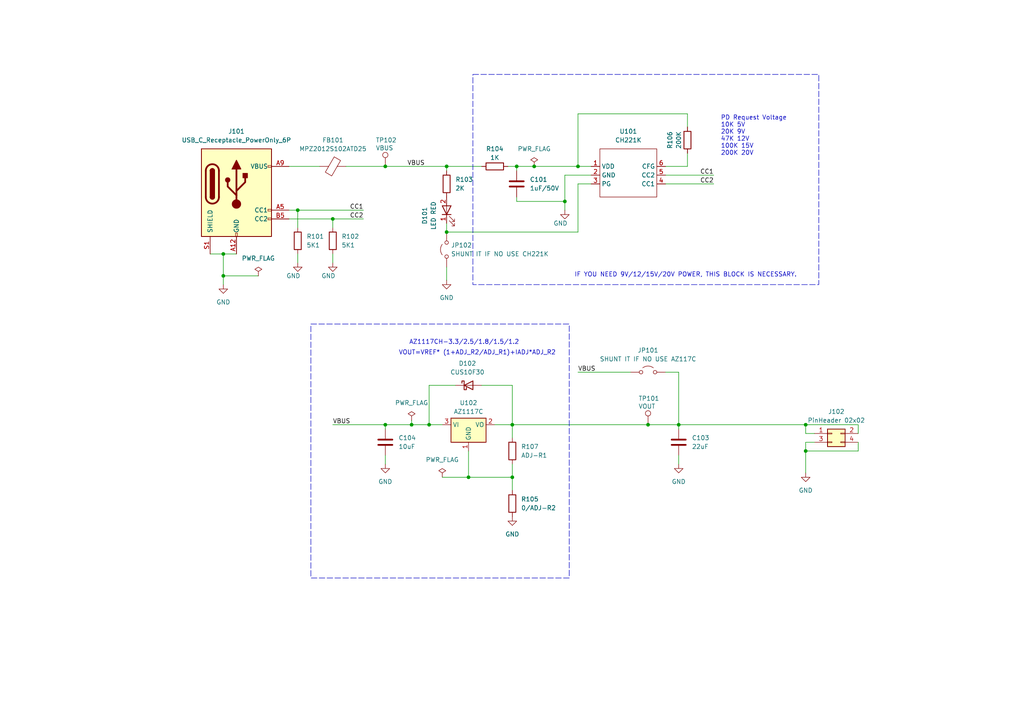
<source format=kicad_sch>
(kicad_sch (version 20231120) (generator "eeschema") (generator_version "8.0")
  (paper "A4")
  (title_block (title "BREAD BOARD POWER ALLIGATOR") (date "2025-01-20") (rev "Rev0") (company "HNZ") (comment 1 "Licensed under CC-BY-SA V4.0") (comment 2 "(C) 2025 Hiroshi Nakajima <hnakamiru1103@gmail.com>"))
  (lib_symbols
    (symbol "Connector:TestPoint" (pin_numbers hide) (pin_names (offset 0.762) hide)
      (property "Reference" "TP" (at 0 6.858 0))
      (property "Value" "TestPoint" (at 0 5.08 0))
      (symbol "TestPoint_0_1"
        (circle (center 0 3.302) (radius 0.762))
      )
      (symbol "TestPoint_1_1"
        (pin passive line (at 0 0 90) (length 2.54) (name "1") (number "1"))
      )
    )
    (symbol "Device:C" (pin_numbers hide) (pin_names (offset 0.254))
      (property "Reference" "C" (at 0.635 2.54 0))
      (property "Value" "C" (at 0.635 -2.54 0))
      (symbol "C_0_1"
        (polyline (pts (xy -2.032 -0.762) (xy 2.032 -0.762)) (stroke (width 0.508)))
        (polyline (pts (xy -2.032 0.762) (xy 2.032 0.762)) (stroke (width 0.508)))
      )
      (symbol "C_1_1"
        (pin passive line (at 0 3.81 270) (length 2.794) (name "~") (number "1"))
        (pin passive line (at 0 -3.81 90) (length 2.794) (name "~") (number "2"))
      )
    )
    (symbol "Device:LED" (pin_names (offset 1.016) hide)
      (property "Reference" "D" (at 0 2.54 0))
      (property "Value" "LED" (at 0 -2.54 0))
      (symbol "LED_0_1"
        (polyline (pts (xy -1.27 -1.27) (xy -1.27 1.27)) (stroke (width 0.254)))
        (polyline (pts (xy -1.27 0) (xy 1.27 0)))
        (polyline (pts (xy 1.27 -1.27) (xy 1.27 1.27) (xy -1.27 0) (xy 1.27 -1.27)) (stroke (width 0.254)))
        (polyline (pts (xy -3.048 -0.762) (xy -4.572 -2.286) (xy -3.81 -2.286) (xy -4.572 -2.286) (xy -4.572 -1.524)))
        (polyline (pts (xy -1.778 -0.762) (xy -3.302 -2.286) (xy -2.54 -2.286) (xy -3.302 -2.286) (xy -3.302 -1.524)))
      )
      (symbol "LED_1_1"
        (pin passive line (at -3.81 0 0) (length 2.54) (name "K") (number "1"))
        (pin passive line (at 3.81 0 180) (length 2.54) (name "A") (number "2"))
      )
    )
    (symbol "Device:R" (pin_numbers hide) (pin_names (offset 0))
      (property "Reference" "R" (at 2.032 0 90))
      (property "Value" "R" (at 0 0 90))
      (symbol "R_0_1"
        (rectangle (start -1.016 -2.54) (end 1.016 2.54) (stroke (width 0.254)))
      )
      (symbol "R_1_1"
        (pin passive line (at 0 3.81 270) (length 1.27) (name "~") (number "1"))
        (pin passive line (at 0 -3.81 90) (length 1.27) (name "~") (number "2"))
      )
    )
    (symbol "Jumper:Jumper_2_Open" (pin_numbers hide) (pin_names (offset 0) hide) (exclude_from_sim yes)
      (property "Reference" "JP" (at 0 2.794 0))
      (property "Value" "Jumper_2_Open" (at 0 -2.286 0))
      (symbol "Jumper_2_Open_0_0"
        (circle (center -2.032 0) (radius 0.508))
        (circle (center 2.032 0) (radius 0.508))
      )
      (symbol "Jumper_2_Open_0_1"
        (arc (start 1.524 1.27) (mid 0 1.778) (end -1.524 1.27))
      )
      (symbol "Jumper_2_Open_1_1"
        (pin passive line (at -5.08 0 0) (length 2.54) (name "A") (number "1"))
        (pin passive line (at 5.08 0 180) (length 2.54) (name "B") (number "2"))
      )
    )
    (symbol "Regulator_Linear:LD1117S33TR_SOT223"
      (property "Reference" "U" (at -3.81 3.175 0))
      (property "Value" "LD1117S33TR_SOT223" (at 0 3.175 0))
      (symbol "LD1117S33TR_SOT223_0_1"
        (rectangle (start -5.08 -5.08) (end 5.08 1.905) (stroke (width 0.254)) (fill (type background)))
      )
      (symbol "LD1117S33TR_SOT223_1_1"
        (pin power_in line (at 0 -7.62 90) (length 2.54) (name "GND") (number "1"))
        (pin power_out line (at 7.62 0 180) (length 2.54) (name "VO") (number "2"))
        (pin power_in line (at -7.62 0 0) (length 2.54) (name "VI") (number "3"))
      )
    )
    (symbol "power:GND" (power) (pin_numbers hide) (pin_names (offset 0) hide)
      (property "Value" "GND" (at 0 -3.81 0))
      (symbol "GND_0_1"
        (polyline (pts (xy 0 0) (xy 0 -1.27) (xy 1.27 -1.27) (xy 0 -2.54) (xy -1.27 -1.27) (xy 0 -1.27)))
      )
      (symbol "GND_1_1"
        (pin power_in line (at 0 0 270) (length 0) (name "~") (number "1"))
      )
    )
    (symbol "power:PWR_FLAG" (power) (pin_numbers hide) (pin_names (offset 0) hide)
      (property "Value" "PWR_FLAG" (at 0 3.81 0))
      (symbol "PWR_FLAG_0_0"
        (pin power_out line (at 0 0 90) (length 0) (name "~") (number "1"))
      )
      (symbol "PWR_FLAG_0_1"
        (polyline (pts (xy 0 0) (xy 0 1.27) (xy -1.016 1.905) (xy 0 2.54) (xy 1.016 1.905) (xy 0 1.27)))
      )
    )
    (symbol "tbctl:0.1uF" (pin_numbers hide) (pin_names (offset 0.254))
      (property "Reference" "C" (at 0.635 2.54 0))
      (property "Value" "0.1uF" (at 0.635 -2.54 0))
      (symbol "0.1uF_0_1"
        (polyline (pts (xy -2.032 -0.762) (xy 2.032 -0.762)) (stroke (width 0.508)))
        (polyline (pts (xy -2.032 0.762) (xy 2.032 0.762)) (stroke (width 0.508)))
      )
      (symbol "0.1uF_1_1"
        (pin passive line (at 0 3.81 270) (length 2.794) (name "~") (number "1"))
        (pin passive line (at 0 -3.81 90) (length 2.794) (name "~") (number "2"))
      )
    )
    (symbol "tbctl:10K" (pin_numbers hide) (pin_names (offset 0))
      (property "Reference" "R" (at 2.032 0 90))
      (property "Value" "10K" (at 0 0 90))
      (symbol "10K_0_1"
        (rectangle (start -1.016 -2.54) (end 1.016 2.54) (stroke (width 0.254)))
      )
      (symbol "10K_1_1"
        (pin passive line (at 0 3.81 270) (length 1.27) (name "~") (number "1"))
        (pin passive line (at 0 -3.81 90) (length 1.27) (name "~") (number "2"))
      )
    )
    (symbol "tbctl:601-T" (pin_numbers hide) (pin_names (offset 0))
      (property "Reference" "FB" (at -3.81 0.635 90))
      (property "Value" "601-T" (at 3.81 0 90))
      (symbol "601-T_0_1"
        (polyline (pts (xy 0 -1.27) (xy 0 -1.2192)))
        (polyline (pts (xy 0 1.27) (xy 0 1.2954)))
        (polyline (pts (xy -2.7686 0.4064) (xy -1.7018 2.2606) (xy 2.7686 -0.3048) (xy 1.6764 -2.159) (xy -2.7686 0.4064)))
      )
      (symbol "601-T_1_1"
        (pin passive line (at 0 3.81 270) (length 2.54) (name "~") (number "1"))
        (pin passive line (at 0 -3.81 90) (length 2.54) (name "~") (number "2"))
      )
    )
    (symbol "tbctl:CDBU0520-HF" (pin_numbers hide) (pin_names hide)
      (property "Reference" "D" (at 0 2.54 0))
      (property "Value" "CDBU0520-HF" (at 0 -2.54 0))
      (symbol "CDBU0520-HF_0_1"
        (polyline (pts (xy 1.27 0) (xy -1.27 0)))
        (polyline (pts (xy 1.27 1.27) (xy 1.27 -1.27) (xy -1.27 0) (xy 1.27 1.27)) (stroke (width 0.254)))
        (polyline (pts (xy -1.905 0.635) (xy -1.905 1.27) (xy -1.27 1.27) (xy -1.27 -1.27) (xy -0.635 -1.27) (xy -0.635 -0.635)) (stroke (width 0.254)))
      )
      (symbol "CDBU0520-HF_1_1"
        (pin passive line (at -3.81 0 0) (length 2.54) (name "K") (number "1"))
        (pin passive line (at 3.81 0 180) (length 2.54) (name "A") (number "2"))
      )
    )
    (symbol "tbctl:CH221K"
      (property "Reference" "U" (at -2.54 6.35 0))
      (property "Value" "CH221K" (at 0.762 -7.874 0))
      (symbol "CH221K_0_1"
        (rectangle (start -7.62 5.08) (end 8.89 -8.89))
      )
      (symbol "CH221K_1_1"
        (pin power_in line (at -10.16 0 0) (length 2.54) (name "VDD") (number "1"))
        (pin power_in line (at -10.16 -2.54 0) (length 2.54) (name "GND") (number "2"))
        (pin passive line (at -10.16 -5.08 0) (length 2.54) (name "PG") (number "3"))
        (pin passive line (at 11.43 -5.08 180) (length 2.54) (name "CC1") (number "4"))
        (pin passive line (at 11.43 -2.54 180) (length 2.54) (name "CC2") (number "5"))
        (pin passive line (at 11.43 0 180) (length 2.54) (name "CFG") (number "6"))
      )
    )
    (symbol "tbctl:PinHeader 02x02" (pin_names (offset 1.016) hide)
      (property "Reference" "J" (at 1.27 2.54 0))
      (property "Value" "PinHeader 02x02" (at 1.27 -5.08 0))
      (symbol "PinHeader 02x02_1_1"
        (rectangle (start -1.27 -2.413) (end 0 -2.667) (stroke (width 0.1524)))
        (rectangle (start -1.27 0.127) (end 0 -0.127) (stroke (width 0.1524)))
        (rectangle (start -1.27 1.27) (end 3.81 -3.81) (stroke (width 0.254)) (fill (type background)))
        (rectangle (start 3.81 -2.413) (end 2.54 -2.667) (stroke (width 0.1524)))
        (rectangle (start 3.81 0.127) (end 2.54 -0.127) (stroke (width 0.1524)))
        (pin passive line (at -5.08 0 0) (length 3.81) (name "Pin_1") (number "1"))
        (pin passive line (at 7.62 0 180) (length 3.81) (name "Pin_2") (number "2"))
        (pin passive line (at -5.08 -2.54 0) (length 3.81) (name "Pin_3") (number "3"))
        (pin passive line (at 7.62 -2.54 180) (length 3.81) (name "Pin_4") (number "4"))
      )
    )
    (symbol "tbctl:USB_C_Receptacle_PowerOnly_6P" (pin_names (offset 1.016))
      (property "Reference" "J" (at 0 16.51 0))
      (property "Value" "USB_C_Receptacle_PowerOnly_6P" (at 0 13.97 0))
      (symbol "USB_C_Receptacle_PowerOnly_6P_0_0"
        (rectangle (start -0.254 -12.7) (end 0.254 -11.684))
        (rectangle (start 10.16 -7.366) (end 9.144 -7.874))
        (rectangle (start 10.16 -4.826) (end 9.144 -5.334))
        (rectangle (start 10.16 7.874) (end 9.144 7.366))
      )
      (symbol "USB_C_Receptacle_PowerOnly_6P_0_1"
        (rectangle (start -10.16 12.7) (end 10.16 -12.7) (stroke (width 0.254)) (fill (type background)))
        (arc (start -8.89 -1.27) (mid -6.985 -3.1667) (end -5.08 -1.27) (stroke (width 0.508)))
        (arc (start -7.62 -1.27) (mid -6.985 -1.9023) (end -6.35 -1.27) (stroke (width 0.254)))
        (arc (start -7.62 -1.27) (mid -6.985 -1.9023) (end -6.35 -1.27) (stroke (width 0.254)) (fill (type outline)))
        (rectangle (start -7.62 -1.27) (end -6.35 6.35) (stroke (width 0.254)) (fill (type outline)))
        (arc (start -6.35 6.35) (mid -6.985 6.9823) (end -7.62 6.35) (stroke (width 0.254)))
        (arc (start -6.35 6.35) (mid -6.985 6.9823) (end -7.62 6.35) (stroke (width 0.254)) (fill (type outline)))
        (arc (start -5.08 6.35) (mid -6.985 8.2467) (end -8.89 6.35) (stroke (width 0.508)))
        (circle (center -2.54 3.683) (radius 0.635) (stroke (width 0.254)) (fill (type outline)))
        (circle (center 0 -3.302) (radius 1.27) (fill (type outline)))
        (polyline (pts (xy -8.89 -1.27) (xy -8.89 6.35)) (stroke (width 0.508)))
        (polyline (pts (xy -5.08 6.35) (xy -5.08 -1.27)) (stroke (width 0.508)))
        (polyline (pts (xy 0 -3.302) (xy 0 6.858)) (stroke (width 0.508)))
        (polyline (pts (xy 0 -0.762) (xy -2.54 1.778) (xy -2.54 3.048)) (stroke (width 0.508)))
        (polyline (pts (xy 0 0.508) (xy 2.54 3.048) (xy 2.54 4.318)) (stroke (width 0.508)))
        (polyline (pts (xy -1.27 6.858) (xy 0 9.398) (xy 1.27 6.858) (xy -1.27 6.858)) (stroke (width 0.254)) (fill (type outline)))
        (rectangle (start 1.905 4.318) (end 3.175 5.588) (stroke (width 0.254)) (fill (type outline)))
      )
      (symbol "USB_C_Receptacle_PowerOnly_6P_1_1"
        (pin passive line (at 0 -17.78 90) (length 5.08) (name "GND") (number "A12"))
        (pin bidirectional line (at 15.24 -5.08 180) (length 5.08) (name "CC1") (number "A5"))
        (pin passive line (at 15.24 7.62 180) (length 5.08) (name "VBUS") (number "A9"))
        (pin passive line (at 0 -17.78 90) (length 5.08) hide (name "GND") (number "B12"))
        (pin bidirectional line (at 15.24 -7.62 180) (length 5.08) (name "CC2") (number "B5"))
        (pin passive line (at 15.24 7.62 180) (length 5.08) hide (name "VBUS") (number "B9"))
        (pin passive line (at -7.62 -17.78 90) (length 5.08) (name "SHIELD") (number "S1"))
      )
    )
  )
  (junction (at 154.94 48.26))
  (junction (at 148.59 123.19))
  (junction (at 233.68 130.81))
  (junction (at 124.46 123.19))
  (junction (at 86.36 60.96))
  (junction (at 163.83 58.42))
  (junction (at 111.76 123.19))
  (junction (at 135.89 138.43))
  (junction (at 196.85 123.19))
  (junction (at 129.54 67.31))
  (junction (at 111.76 48.26))
  (junction (at 233.68 123.19))
  (junction (at 96.52 63.5))
  (junction (at 187.96 123.19))
  (junction (at 119.38 123.19))
  (junction (at 148.59 138.43))
  (junction (at 64.77 80.01))
  (junction (at 167.64 48.26))
  (junction (at 149.86 48.26))
  (junction (at 129.54 48.26))
  (junction (at 64.77 73.66))
  (wire (pts (xy 187.96 123.19) (xy 196.85 123.19)))
  (wire (pts (xy 64.77 80.01) (xy 74.93 80.01)))
  (wire (pts (xy 64.77 80.01) (xy 64.77 73.66)))
  (wire (pts (xy 149.86 48.26) (xy 154.94 48.26)))
  (wire (pts (xy 86.36 60.96) (xy 105.41 60.96)))
  (wire (pts (xy 154.94 48.26) (xy 167.64 48.26)))
  (wire (pts (xy 236.22 128.27) (xy 233.68 128.27)))
  (wire (pts (xy 111.76 48.26) (xy 129.54 48.26)))
  (wire (pts (xy 100.33 48.26) (xy 111.76 48.26)))
  (wire (pts (xy 135.89 138.43) (xy 148.59 138.43)))
  (wire (pts (xy 193.04 50.8) (xy 207.01 50.8)))
  (wire (pts (xy 148.59 123.19) (xy 148.59 127)))
  (wire (pts (xy 148.59 138.43) (xy 148.59 142.24)))
  (wire (pts (xy 196.85 123.19) (xy 233.68 123.19)))
  (wire (pts (xy 132.08 111.76) (xy 124.46 111.76)))
  (wire (pts (xy 248.92 125.73) (xy 248.92 123.19)))
  (wire (pts (xy 83.82 63.5) (xy 96.52 63.5)))
  (wire (pts (xy 64.77 73.66) (xy 68.58 73.66)))
  (wire (pts (xy 147.32 48.26) (xy 149.86 48.26)))
  (wire (pts (xy 128.27 138.43) (xy 135.89 138.43)))
  (wire (pts (xy 233.68 130.81) (xy 233.68 137.16)))
  (wire (pts (xy 193.04 53.34) (xy 207.01 53.34)))
  (wire (pts (xy 96.52 63.5) (xy 105.41 63.5)))
  (wire (pts (xy 233.68 130.81) (xy 248.92 130.81)))
  (wire (pts (xy 248.92 123.19) (xy 233.68 123.19)))
  (wire (pts (xy 111.76 134.62) (xy 111.76 132.08)))
  (wire (pts (xy 233.68 128.27) (xy 233.68 130.81)))
  (wire (pts (xy 149.86 57.15) (xy 149.86 58.42)))
  (wire (pts (xy 148.59 134.62) (xy 148.59 138.43)))
  (wire (pts (xy 163.83 50.8) (xy 163.83 58.42)))
  (wire (pts (xy 149.86 58.42) (xy 163.83 58.42)))
  (wire (pts (xy 171.45 50.8) (xy 163.83 50.8)))
  (wire (pts (xy 129.54 77.47) (xy 129.54 81.28)))
  (wire (pts (xy 167.64 53.34) (xy 171.45 53.34)))
  (wire (pts (xy 111.76 123.19) (xy 119.38 123.19)))
  (wire (pts (xy 96.52 63.5) (xy 96.52 66.04)))
  (wire (pts (xy 193.04 107.95) (xy 196.85 107.95)))
  (wire (pts (xy 119.38 123.19) (xy 124.46 123.19)))
  (wire (pts (xy 83.82 48.26) (xy 92.71 48.26)))
  (wire (pts (xy 167.64 48.26) (xy 171.45 48.26)))
  (wire (pts (xy 129.54 48.26) (xy 139.7 48.26)))
  (wire (pts (xy 167.64 33.02) (xy 167.64 48.26)))
  (wire (pts (xy 196.85 132.08) (xy 196.85 134.62)))
  (wire (pts (xy 148.59 111.76) (xy 148.59 123.19)))
  (wire (pts (xy 83.82 60.96) (xy 86.36 60.96)))
  (wire (pts (xy 196.85 107.95) (xy 196.85 123.19)))
  (wire (pts (xy 167.64 107.95) (xy 182.88 107.95)))
  (wire (pts (xy 60.96 73.66) (xy 64.77 73.66)))
  (wire (pts (xy 149.86 49.53) (xy 149.86 48.26)))
  (wire (pts (xy 124.46 111.76) (xy 124.46 123.19)))
  (wire (pts (xy 233.68 123.19) (xy 233.68 125.73)))
  (wire (pts (xy 163.83 58.42) (xy 163.83 60.96)))
  (wire (pts (xy 196.85 124.46) (xy 196.85 123.19)))
  (wire (pts (xy 199.39 33.02) (xy 167.64 33.02)))
  (wire (pts (xy 233.68 125.73) (xy 236.22 125.73)))
  (wire (pts (xy 129.54 49.53) (xy 129.54 48.26)))
  (wire (pts (xy 96.52 73.66) (xy 96.52 76.2)))
  (wire (pts (xy 148.59 123.19) (xy 187.96 123.19)))
  (wire (pts (xy 86.36 60.96) (xy 86.36 66.04)))
  (wire (pts (xy 167.64 67.31) (xy 129.54 67.31)))
  (wire (pts (xy 199.39 48.26) (xy 193.04 48.26)))
  (wire (pts (xy 139.7 111.76) (xy 148.59 111.76)))
  (wire (pts (xy 124.46 123.19) (xy 128.27 123.19)))
  (wire (pts (xy 199.39 44.45) (xy 199.39 48.26)))
  (wire (pts (xy 64.77 82.55) (xy 64.77 80.01)))
  (wire (pts (xy 86.36 73.66) (xy 86.36 76.2)))
  (wire (pts (xy 248.92 128.27) (xy 248.92 130.81)))
  (wire (pts (xy 119.38 121.92) (xy 119.38 123.19)))
  (wire (pts (xy 199.39 36.83) (xy 199.39 33.02)))
  (wire (pts (xy 129.54 67.31) (xy 129.54 64.77)))
  (wire (pts (xy 143.51 123.19) (xy 148.59 123.19)))
  (wire (pts (xy 96.52 123.19) (xy 111.76 123.19)))
  (wire (pts (xy 167.64 53.34) (xy 167.64 67.31)))
  (wire (pts (xy 135.89 130.81) (xy 135.89 138.43)))
  (wire (pts (xy 111.76 124.46) (xy 111.76 123.19)))
  (rectangle (start 90.17 93.98) (end 165.1 167.64) (stroke (width 0) (type dash)))
  (rectangle (start 137.16 21.59) (end 237.49 82.55) (stroke (width 0) (type dash)))
  (text "VOUT=VREF* (1+ADJ_R2/ADJ_R1)+IADJ*ADJ_R2" (at 138.43 102.362 0) (effects (font (size 1.27 1.27))))
  (text "IF YOU NEED 9V/12/15V/20V POWER, THIS BLOCK IS NECESSARY." (at 198.882 79.756 0) (effects (font (size 1.27 1.27))))
  (text "PD Request Voltage\n10K 5V\n20K 9V\n47K 12V\n100K 15V\n200K 20V" (at 209.042 39.37 0) (effects (font (size 1.27 1.27)) (justify left)))
  (text "AZ1117CH-3.3/2.5/1.8/1.5/1.2\n" (at 134.62 99.314 0) (effects (font (size 1.27 1.27))))
  (label "CC1" (at 105.41 60.96 180))
  (label "VBUS" (at 118.11 48.26 0))
  (label "CC2" (at 105.41 63.5 180))
  (label "CC1" (at 207.01 50.8 180))
  (label "CC2" (at 207.01 53.34 180))
  (label "VBUS" (at 96.52 123.19 0))
  (label "VBUS" (at 167.64 107.95 0))
  (symbol (lib_id "power:GND") (at 163.83 60.96 0) (unit 1)
    (property "Reference" "#PWR0106" (effects (hide yes)))
    (property "Value" "GND" (at 162.56 64.77 0))
    (property "Description" "Power symbol creates a global label with name \"GND\" , ground" (effects (hide yes)))
  )
  (symbol (lib_id "Device:R") (at 129.54 53.34 0) (unit 1)
    (property "Reference" "R103" (at 132.08 52.0699 0) (effects (justify left)))
    (property "Value" "2K" (at 132.08 54.6099 0) (effects (justify left)))
    (property "Footprint" "Resistor_SMD:R_0603_1608Metric" (effects (hide yes)))
    (property "digikey" "311-2.0KGRCT-ND" (effects (hide yes)))
    (property "distributor" "https://www.digikey.com/en/products/detail/yageo/RC0603JR-072KL/726726" (effects (hide yes)))
  )
  (symbol (lib_id "Device:R") (at 148.59 146.05 0) (unit 1)
    (property "Reference" "R105" (at 151.13 144.7799 0) (effects (justify left)))
    (property "Value" "0/ADJ-R2" (at 151.13 147.3199 0) (effects (justify left)))
    (property "Footprint" "Resistor_SMD:R_0603_1608Metric" (effects (hide yes)))
    (property "digikey" "311-0.0GRCT-ND" (effects (hide yes)))
    (property "distributor" "https://www.digikey.com/en/products/detail/yageo/RC0603JR-070RL/726675" (effects (hide yes)))
  )
  (symbol (lib_id "tbctl:601-T") (at 96.52 48.26 270) (unit 1)
    (property "Reference" "FB101" (at 96.5708 40.64 90))
    (property "Value" "MPZ2012S102ATD25" (at 96.5708 43.18 90))
    (property "Footprint" "Resistor_SMD:R_0805_2012Metric" (effects (hide yes)))
    (property "Description" "Ferrite bead 600ohm" (effects (hide yes)))
    (property "digikey" "445-MPZ2012S102ATD25CT-ND" (effects (hide yes)))
    (property "distributor" "https://www.digikey.com/en/products/detail/tdk-corporation/MPZ2012S102ATD25/5040327" (effects (hide yes)))
  )
  (symbol (lib_id "tbctl:PinHeader 02x02") (at 241.3 125.73 0) (unit 1)
    (property "Reference" "J102" (at 242.57 119.38 0))
    (property "Value" "PinHeader 02x02" (at 242.57 121.92 0))
    (property "Footprint" "Connector_PinHeader_2.54mm:PinHeader_2x02_P2.54mm_Vertical" (effects (hide yes)))
    (property "Description" "Generic connector, double row, 02x02, counter clockwise pin numbering scheme (similar to DIP package numbering), script generated (kicad-library-utils/schlib/autogen/connector/)" (effects (hide yes)))
    (property "digikey" "2057-PH2-04-UA-ND" (effects (hide yes)))
    (property "distributor" "https://www.digikey.com/en/products/detail/adam-tech/PH2-04-UA/9830324" (effects (hide yes)))
  )
  (symbol (lib_id "Jumper:Jumper_2_Open") (at 129.54 72.39 90) (unit 1) (exclude_from_sim yes)
    (property "Reference" "JP102" (at 130.81 71.1199 90) (effects (justify right)))
    (property "Value" "SHUNT IT IF NO USE CH221K" (at 130.81 73.6599 90) (effects (justify right)))
    (property "Footprint" "Jumper:SolderJumper-2_P1.3mm_Open_RoundedPad1.0x1.5mm" (effects (hide yes)))
    (property "Description" "Jumper, 2-pole, open" (effects (hide yes)))
    (property "digikey" "-" (effects (hide yes)))
    (property "distributor" "-" (effects (hide yes)))
  )
  (symbol (lib_id "power:GND") (at 233.68 137.16 0) (unit 1)
    (property "Reference" "#PWR0108" (effects (hide yes)))
    (property "Value" "GND" (at 233.68 142.24 0))
  )
  (symbol (lib_id "power:GND") (at 129.54 81.28 0) (unit 1)
    (property "Reference" "#PWR0105" (effects (hide yes)))
    (property "Value" "GND" (at 129.54 86.36 0))
  )
  (symbol (lib_id "Device:R") (at 86.36 69.85 0) (unit 1)
    (property "Reference" "R101" (at 88.9 68.5799 0) (effects (justify left)))
    (property "Value" "5K1" (at 88.9 71.1199 0) (effects (justify left)))
    (property "Footprint" "Resistor_SMD:R_0603_1608Metric" (effects (hide yes)))
    (property "digikey" "311-5.10KHRCT-ND" (effects (hide yes)))
    (property "distributor" "https://www.digikey.com/en/products/detail/yageo/RC0603FR-075K1L/727268" (effects (hide yes)))
  )
  (symbol (lib_id "Device:LED") (at 129.54 60.96 90) (unit 1)
    (property "Reference" "D101" (at 123.19 62.5475 0))
    (property "Value" "LED RED" (at 125.73 62.5475 0))
    (property "Footprint" "LED_SMD:LED_0603_1608Metric_Pad1.05x0.95mm_HandSolder" (effects (hide yes)))
    (property "digikey" "3147-B1931URO-20D000114U1930CT-ND" (effects (hide yes)))
    (property "distributor" "https://www.digikey.com/en/products/detail/harvatek-corporation/B1931URO-20D000114U1930/15910603" (effects (hide yes)))
  )
  (symbol (lib_id "tbctl:10K") (at 199.39 40.64 180) (unit 1)
    (property "Reference" "R106" (at 194.31 40.64 90))
    (property "Value" "200K" (at 196.85 40.64 90))
    (property "Footprint" "Resistor_SMD:R_0603_1608Metric" (effects (hide yes)))
    (property "digikey" "311-200KHRCT-ND" (effects (hide yes)))
    (property "distributor" "https://www.digikey.com/en/products/detail/yageo/RC0603FR-07200KL/727044" (effects (hide yes)))
  )
  (symbol (lib_id "power:GND") (at 196.85 134.62 0) (unit 1)
    (property "Reference" "#PWR0107" (effects (hide yes)))
    (property "Value" "GND" (at 196.85 139.7 0))
  )
  (symbol (lib_id "tbctl:CH221K") (at 181.61 48.26 0) (unit 1)
    (property "Reference" "U101" (at 182.245 38.1 0))
    (property "Value" "CH221K" (at 182.245 40.64 0))
    (property "Footprint" "Package_TO_SOT_SMD:SOT-23-6" (effects (hide yes)))
    (property "Description" "USB PD and Other Fast Charging Protocol Sink Controller CH221" (effects (hide yes)))
    (property "digikey" "-" (effects (hide yes)))
    (property "distributor" "https://jlcpcb.com/partdetail/WCH_Nanjing_Qinheng-CH221K/C5125736" (effects (hide yes)))
  )
  (symbol (lib_id "Connector:TestPoint") (at 111.76 48.26 0) (unit 1)
    (property "Reference" "TP102" (at 108.966 40.64 0) (effects (justify left)))
    (property "Value" "VBUS" (at 108.966 42.926 0) (effects (justify left)))
    (property "Footprint" "TestPoint:TestPoint_Pad_D1.0mm" (effects (hide yes)))
    (property "Description" "test point" (effects (hide yes)))
    (property "digikey" "-" (effects (hide yes)))
    (property "distributor" "-" (effects (hide yes)))
  )
  (symbol (lib_id "power:GND") (at 148.59 149.86 0) (unit 1)
    (property "Reference" "#PWR0109" (effects (hide yes)))
    (property "Value" "GND" (at 148.59 154.94 0))
  )
  (symbol (lib_id "power:PWR_FLAG") (at 154.94 48.26 0) (unit 1)
    (property "Reference" "#FLG0102" (effects (hide yes)))
    (property "Value" "PWR_FLAG" (at 154.94 43.18 0))
    (property "Description" "Special symbol for telling ERC where power comes from" (effects (hide yes)))
  )
  (symbol (lib_id "Device:R") (at 148.59 130.81 0) (unit 1)
    (property "Reference" "R107" (at 151.13 129.5399 0) (effects (justify left)))
    (property "Value" "ADJ-R1" (at 151.13 132.0799 0) (effects (justify left)))
    (property "Footprint" "Resistor_SMD:R_0603_1608Metric" (effects (hide yes)))
    (property "digikey" "-" (effects (hide yes)))
    (property "distributor" "-" (effects (hide yes)))
  )
  (symbol (lib_id "tbctl:CDBU0520-HF") (at 135.89 111.76 0) (unit 1)
    (property "Reference" "D102" (at 135.5725 105.41 0))
    (property "Value" "CUS10F30" (at 135.5725 107.95 0))
    (property "Footprint" "Diode_SMD:D_SOD-323" (effects (hide yes)))
    (property "Description" "20V 500mA Schottky Barrier Diode, 0603" (effects (hide yes)))
    (property "digikey" "CUS10F30H3FCT-ND" (effects (hide yes)))
    (property "distributor" "https://www.digikey.com/en/products/detail/toshiba-semiconductor-and-storage/CUS10F30-H3F/2753202" (effects (hide yes)))
  )
  (symbol (lib_id "tbctl:0.1uF") (at 149.86 53.34 0) (unit 1)
    (property "Reference" "C101" (at 153.67 52.0699 0) (effects (justify left)))
    (property "Value" "1uF/50V" (at 153.67 54.6099 0) (effects (justify left)))
    (property "Footprint" "Capacitor_SMD:C_0805_2012Metric" (effects (hide yes)))
    (property "digikey" "311-1886-1-ND" (effects (hide yes)))
    (property "distributor" "https://www.digikey.com/en/products/detail/yageo/CC0805KKX7R9BB105/5195292" (effects (hide yes)))
  )
  (symbol (lib_id "tbctl:10K") (at 143.51 48.26 90) (unit 1)
    (property "Reference" "R104" (at 143.51 43.18 90))
    (property "Value" "1K" (at 143.51 45.72 90))
    (property "Footprint" "Resistor_SMD:R_0603_1608Metric" (effects (hide yes)))
    (property "digikey" "311-1.00KHRCT-ND" (effects (hide yes)))
    (property "distributor" "https://www.digikey.com/en/products/detail/yageo/RC0603FR-071KL/726843" (effects (hide yes)))
  )
  (symbol (lib_id "Regulator_Linear:LD1117S33TR_SOT223") (at 135.89 123.19 0) (unit 1)
    (property "Reference" "U102" (at 135.89 116.84 0))
    (property "Value" "AZ1117C" (at 135.89 119.38 0))
    (property "Footprint" "Package_TO_SOT_SMD:SOT-223-3_TabPin2" (effects (hide yes)))
    (property "digikey" "497-17239-1-ND" (effects (hide yes)))
    (property "storeURL" "https://www.digikey.com/en/products/detail/stmicroelectronics/LD1117S33TR/585766" (effects (hide yes)))
    (property "distributor" "https://www.digikey.com/en/products/detail/stmicroelectronics/LD1117S33TR/585766" (effects (hide yes)))
  )
  (symbol (lib_id "Device:C") (at 196.85 128.27 0) (unit 1)
    (property "Reference" "C103" (at 200.66 126.9999 0) (effects (justify left)))
    (property "Value" "22uF" (at 200.66 129.5399 0) (effects (justify left)))
    (property "Footprint" "Capacitor_SMD:C_0805_2012Metric" (effects (hide yes)))
    (property "digikey" "311-1903-1-ND" (effects (hide yes)))
    (property "storeURL" "https://www.digikey.com/en/products/detail/yageo/CC0603MRX5R8BB106/7164378" (effects (hide yes)))
    (property "distributor" "https://www.digikey.com/en/products/detail/yageo/CC0805MKX5R8BB226/5195309" (effects (hide yes)))
  )
  (symbol (lib_id "Jumper:Jumper_2_Open") (at 187.96 107.95 0) (unit 1) (exclude_from_sim yes)
    (property "Reference" "JP101" (at 187.96 101.6 0))
    (property "Value" "SHUNT IT IF NO USE AZ117C" (at 187.96 104.14 0))
    (property "Footprint" "Jumper:SolderJumper-2_P1.3mm_Open_RoundedPad1.0x1.5mm" (effects (hide yes)))
    (property "Description" "Jumper, 2-pole, open" (effects (hide yes)))
    (property "digikey" "-" (effects (hide yes)))
    (property "distributor" "-" (effects (hide yes)))
  )
  (symbol (lib_id "power:GND") (at 86.36 76.2 0) (unit 1)
    (property "Reference" "#PWR0102" (effects (hide yes)))
    (property "Value" "GND" (at 85.09 80.01 0))
    (property "Description" "Power symbol creates a global label with name \"GND\" , ground" (effects (hide yes)))
  )
  (symbol (lib_id "Device:R") (at 96.52 69.85 0) (unit 1)
    (property "Reference" "R102" (at 99.06 68.5799 0) (effects (justify left)))
    (property "Value" "5K1" (at 99.06 71.1199 0) (effects (justify left)))
    (property "Footprint" "Resistor_SMD:R_0603_1608Metric" (effects (hide yes)))
    (property "digikey" "311-5.10KHRCT-ND" (effects (hide yes)))
    (property "distributor" "https://www.digikey.com/en/products/detail/yageo/RC0603FR-075K1L/727268" (effects (hide yes)))
  )
  (symbol (lib_id "power:GND") (at 96.52 76.2 0) (unit 1)
    (property "Reference" "#PWR0103" (effects (hide yes)))
    (property "Value" "GND" (at 95.25 80.01 0))
    (property "Description" "Power symbol creates a global label with name \"GND\" , ground" (effects (hide yes)))
  )
  (symbol (lib_id "Device:C") (at 111.76 128.27 0) (unit 1)
    (property "Reference" "C104" (at 115.57 126.9999 0) (effects (justify left)))
    (property "Value" "10uF" (at 115.57 129.5399 0) (effects (justify left)))
    (property "Footprint" "Capacitor_SMD:C_0805_2012Metric" (effects (hide yes)))
    (property "digikey" "311-1869-1-ND" (effects (hide yes)))
    (property "storeURL" "https://www.digikey.com/en/products/detail/yageo/CC0603MRX5R8BB106/7164378" (effects (hide yes)))
    (property "distributor" "https://www.digikey.com/en/products/detail/yageo/CC0805KKX5R8BB106/5195275" (effects (hide yes)))
  )
  (symbol (lib_id "power:GND") (at 111.76 134.62 0) (unit 1)
    (property "Reference" "#PWR0104" (effects (hide yes)))
    (property "Value" "GND" (at 111.76 139.7 0))
  )
  (symbol (lib_id "Connector:TestPoint") (at 187.96 123.19 0) (unit 1)
    (property "Reference" "TP101" (at 185.166 115.57 0) (effects (justify left)))
    (property "Value" "VOUT" (at 185.166 117.856 0) (effects (justify left)))
    (property "Footprint" "TestPoint:TestPoint_Pad_D1.0mm" (effects (hide yes)))
    (property "Description" "test point" (effects (hide yes)))
    (property "digikey" "-" (effects (hide yes)))
    (property "distributor" "-" (effects (hide yes)))
  )
  (symbol (lib_id "power:PWR_FLAG") (at 74.93 80.01 0) (unit 1)
    (property "Reference" "#FLG0101" (effects (hide yes)))
    (property "Value" "PWR_FLAG" (at 74.93 74.93 0))
    (property "Description" "Special symbol for telling ERC where power comes from" (effects (hide yes)))
  )
  (symbol (lib_id "power:PWR_FLAG") (at 119.38 121.92 0) (unit 1)
    (property "Reference" "#FLG0103" (effects (hide yes)))
    (property "Value" "PWR_FLAG" (at 119.38 116.84 0))
  )
  (symbol (lib_id "tbctl:USB_C_Receptacle_PowerOnly_6P") (at 68.58 55.88 0) (unit 1)
    (property "Reference" "J101" (at 68.58 38.1 0))
    (property "Value" "USB_C_Receptacle_PowerOnly_6P" (at 68.58 40.64 0))
    (property "Footprint" "Library:CUI_UJC-HP-3-SMT-TR" (effects (hide yes)))
    (property "digikey" "2223-UJC-HP-3-SMT-CT-ND" (effects (hide yes)))
    (property "distributor" "https://www.digikey.com/en/products/detail/same-sky-formerly-cui-devices/UJC-HP-3-SMT-TR/12173295" (effects (hide yes)))
  )
  (symbol (lib_id "power:PWR_FLAG") (at 128.27 138.43 0) (unit 1)
    (property "Reference" "#FLG0104" (effects (hide yes)))
    (property "Value" "PWR_FLAG" (at 128.27 133.35 0))
    (property "Description" "Special symbol for telling ERC where power comes from" (effects (hide yes)))
  )
  (symbol (lib_id "power:GND") (at 64.77 82.55 0) (unit 1)
    (property "Reference" "#PWR0101" (effects (hide yes)))
    (property "Value" "GND" (at 64.77 87.63 0))
    (property "Description" "Power symbol creates a global label with name \"GND\" , ground" (effects (hide yes)))
  )
)
</source>
